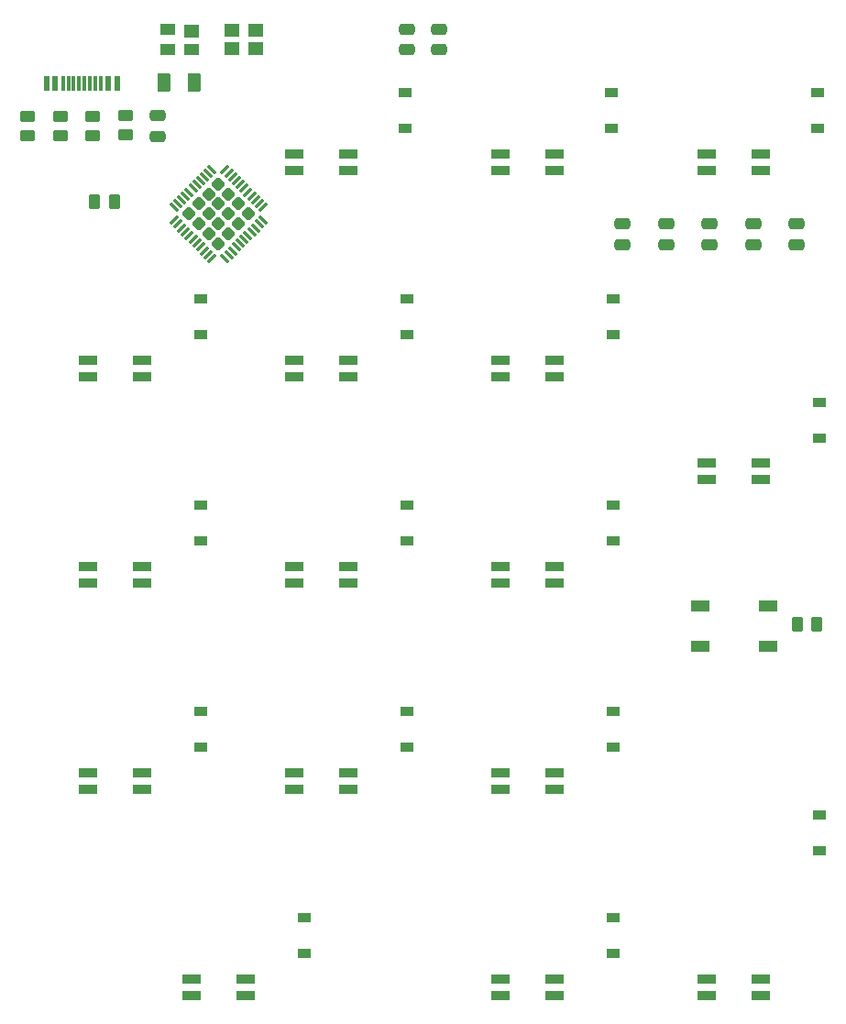
<source format=gbr>
G04 #@! TF.GenerationSoftware,KiCad,Pcbnew,(6.0.0)*
G04 #@! TF.CreationDate,2022-01-07T00:00:26+09:00*
G04 #@! TF.ProjectId,SkeletonNumPad,536b656c-6574-46f6-9e4e-756d5061642e,rev?*
G04 #@! TF.SameCoordinates,Original*
G04 #@! TF.FileFunction,Paste,Bot*
G04 #@! TF.FilePolarity,Positive*
%FSLAX46Y46*%
G04 Gerber Fmt 4.6, Leading zero omitted, Abs format (unit mm)*
G04 Created by KiCad (PCBNEW (6.0.0)) date 2022-01-07 00:00:26*
%MOMM*%
%LPD*%
G01*
G04 APERTURE LIST*
G04 Aperture macros list*
%AMRoundRect*
0 Rectangle with rounded corners*
0 $1 Rounding radius*
0 $2 $3 $4 $5 $6 $7 $8 $9 X,Y pos of 4 corners*
0 Add a 4 corners polygon primitive as box body*
4,1,4,$2,$3,$4,$5,$6,$7,$8,$9,$2,$3,0*
0 Add four circle primitives for the rounded corners*
1,1,$1+$1,$2,$3*
1,1,$1+$1,$4,$5*
1,1,$1+$1,$6,$7*
1,1,$1+$1,$8,$9*
0 Add four rect primitives between the rounded corners*
20,1,$1+$1,$2,$3,$4,$5,0*
20,1,$1+$1,$4,$5,$6,$7,0*
20,1,$1+$1,$6,$7,$8,$9,0*
20,1,$1+$1,$8,$9,$2,$3,0*%
G04 Aperture macros list end*
%ADD10R,1.800000X0.820000*%
%ADD11R,1.200000X0.900000*%
%ADD12RoundRect,0.250000X-0.475000X0.250000X-0.475000X-0.250000X0.475000X-0.250000X0.475000X0.250000X0*%
%ADD13RoundRect,0.250000X-0.450000X0.262500X-0.450000X-0.262500X0.450000X-0.262500X0.450000X0.262500X0*%
%ADD14R,1.800000X1.100000*%
%ADD15R,1.400000X1.200000*%
%ADD16RoundRect,0.250000X0.475000X-0.250000X0.475000X0.250000X-0.475000X0.250000X-0.475000X-0.250000X0*%
%ADD17RoundRect,0.250000X-0.262500X-0.450000X0.262500X-0.450000X0.262500X0.450000X-0.262500X0.450000X0*%
%ADD18R,1.400000X1.000000*%
%ADD19RoundRect,0.250000X0.262500X0.450000X-0.262500X0.450000X-0.262500X-0.450000X0.262500X-0.450000X0*%
%ADD20RoundRect,0.250000X-0.375000X-0.625000X0.375000X-0.625000X0.375000X0.625000X-0.375000X0.625000X0*%
%ADD21RoundRect,0.062500X-0.380070X-0.291682X-0.291682X-0.380070X0.380070X0.291682X0.291682X0.380070X0*%
%ADD22RoundRect,0.062500X-0.380070X0.291682X0.291682X-0.380070X0.380070X-0.291682X-0.291682X0.380070X0*%
%ADD23RoundRect,0.250000X-0.388909X0.000000X0.000000X-0.388909X0.388909X0.000000X0.000000X0.388909X0*%
%ADD24R,0.600000X1.450000*%
%ADD25R,0.300000X1.450000*%
G04 APERTURE END LIST*
D10*
X73690000Y-51610000D03*
X73690000Y-53110000D03*
X78690000Y-53110000D03*
X78690000Y-51610000D03*
X45115000Y-110260000D03*
X45115000Y-108760000D03*
X50115000Y-108760000D03*
X50115000Y-110260000D03*
D11*
X83950000Y-30225000D03*
X83950000Y-26925000D03*
D10*
X40590000Y-51610000D03*
X40590000Y-53110000D03*
X35590000Y-53110000D03*
X35590000Y-51610000D03*
D12*
X101000000Y-39050000D03*
X101000000Y-40950000D03*
D10*
X73690000Y-72160000D03*
X73690000Y-70660000D03*
X78690000Y-70660000D03*
X78690000Y-72160000D03*
D11*
X65050000Y-49275000D03*
X65050000Y-45975000D03*
D12*
X68000000Y-21050000D03*
X68000000Y-22950000D03*
D11*
X84100000Y-87375000D03*
X84100000Y-84075000D03*
D10*
X73690000Y-110260000D03*
X73690000Y-108760000D03*
X78690000Y-108760000D03*
X78690000Y-110260000D03*
D13*
X30000000Y-29087500D03*
X30000000Y-30912500D03*
X39000000Y-29000000D03*
X39000000Y-30825000D03*
D14*
X98350000Y-74350000D03*
X92150000Y-74350000D03*
X92150000Y-78050000D03*
X98350000Y-78050000D03*
D12*
X93000000Y-39050000D03*
X93000000Y-40950000D03*
D15*
X51100000Y-22850000D03*
X48900000Y-22850000D03*
X48900000Y-21150000D03*
X51100000Y-21150000D03*
D13*
X33000000Y-29087500D03*
X33000000Y-30912500D03*
D11*
X103150000Y-58800000D03*
X103150000Y-55500000D03*
X84100000Y-68325000D03*
X84100000Y-65025000D03*
X55525000Y-106425000D03*
X55525000Y-103125000D03*
D10*
X78690000Y-89710000D03*
X78690000Y-91210000D03*
X73690000Y-91210000D03*
X73690000Y-89710000D03*
D16*
X42000000Y-30950000D03*
X42000000Y-29050000D03*
D11*
X103150000Y-96900000D03*
X103150000Y-93600000D03*
X46000000Y-87375000D03*
X46000000Y-84075000D03*
X46000000Y-49275000D03*
X46000000Y-45975000D03*
D12*
X65000000Y-21050000D03*
X65000000Y-22950000D03*
D17*
X101087500Y-76000000D03*
X102912500Y-76000000D03*
D11*
X103000000Y-30225000D03*
X103000000Y-26925000D03*
D12*
X84950000Y-40950000D03*
X84950000Y-39050000D03*
X97050000Y-39050000D03*
X97050000Y-40950000D03*
D11*
X65050000Y-87375000D03*
X65050000Y-84075000D03*
X64900000Y-30225000D03*
X64900000Y-26925000D03*
X46000000Y-68325000D03*
X46000000Y-65025000D03*
D18*
X42900000Y-21050000D03*
X42900000Y-22950000D03*
X45100000Y-22950000D03*
D15*
X45100000Y-21230000D03*
D10*
X97740000Y-110260000D03*
X97740000Y-108760000D03*
X92740000Y-108760000D03*
X92740000Y-110260000D03*
D19*
X36175000Y-37000000D03*
X38000000Y-37000000D03*
D10*
X40590000Y-89710000D03*
X40590000Y-91210000D03*
X35590000Y-91210000D03*
X35590000Y-89710000D03*
D13*
X36000000Y-29087500D03*
X36000000Y-30912500D03*
D10*
X59640000Y-89710000D03*
X59640000Y-91210000D03*
X54640000Y-91210000D03*
X54640000Y-89710000D03*
D12*
X89000000Y-39050000D03*
X89000000Y-40950000D03*
D10*
X54640000Y-72160000D03*
X54640000Y-70660000D03*
X59640000Y-70660000D03*
X59640000Y-72160000D03*
D20*
X42600000Y-26000000D03*
X45400000Y-26000000D03*
D10*
X92740000Y-34060000D03*
X92740000Y-32560000D03*
X97740000Y-32560000D03*
X97740000Y-34060000D03*
X59640000Y-51610000D03*
X59640000Y-53110000D03*
X54640000Y-53110000D03*
X54640000Y-51610000D03*
D11*
X65050000Y-68325000D03*
X65050000Y-65025000D03*
X84100000Y-49275000D03*
X84100000Y-45975000D03*
D10*
X35590000Y-72160000D03*
X35590000Y-70660000D03*
X40590000Y-70660000D03*
X40590000Y-72160000D03*
D21*
X43497264Y-38692202D03*
X43850818Y-39045755D03*
X44204371Y-39399309D03*
X44557924Y-39752862D03*
X44911478Y-40106415D03*
X45265031Y-40459969D03*
X45618585Y-40813522D03*
X45972138Y-41167076D03*
X46325691Y-41520629D03*
X46679245Y-41874182D03*
X47032798Y-42227736D03*
D22*
X48217202Y-42227736D03*
X48570755Y-41874182D03*
X48924309Y-41520629D03*
X49277862Y-41167076D03*
X49631415Y-40813522D03*
X49984969Y-40459969D03*
X50338522Y-40106415D03*
X50692076Y-39752862D03*
X51045629Y-39399309D03*
X51399182Y-39045755D03*
X51752736Y-38692202D03*
D21*
X51752736Y-37507798D03*
X51399182Y-37154245D03*
X51045629Y-36800691D03*
X50692076Y-36447138D03*
X50338522Y-36093585D03*
X49984969Y-35740031D03*
X49631415Y-35386478D03*
X49277862Y-35032924D03*
X48924309Y-34679371D03*
X48570755Y-34325818D03*
X48217202Y-33972264D03*
D22*
X47032798Y-33972264D03*
X46679245Y-34325818D03*
X46325691Y-34679371D03*
X45972138Y-35032924D03*
X45618585Y-35386478D03*
X45265031Y-35740031D03*
X44911478Y-36093585D03*
X44557924Y-36447138D03*
X44204371Y-36800691D03*
X43850818Y-37154245D03*
X43497264Y-37507798D03*
D23*
X48544239Y-36261522D03*
X45786522Y-37180761D03*
X47625000Y-37180761D03*
X50382716Y-38100000D03*
X47625000Y-40857716D03*
X48544239Y-39938478D03*
X48544239Y-38100000D03*
X45786522Y-39019239D03*
X47625000Y-35342284D03*
X49463478Y-39019239D03*
X46705761Y-38100000D03*
X46705761Y-36261522D03*
X47625000Y-39019239D03*
X46705761Y-39938478D03*
X49463478Y-37180761D03*
X44867284Y-38100000D03*
D10*
X92740000Y-62635000D03*
X92740000Y-61135000D03*
X97740000Y-61135000D03*
X97740000Y-62635000D03*
D11*
X84100000Y-106425000D03*
X84100000Y-103125000D03*
D24*
X31750000Y-26045000D03*
X32550000Y-26045000D03*
D25*
X33750000Y-26045000D03*
X34750000Y-26045000D03*
X35250000Y-26045000D03*
X36250000Y-26045000D03*
D24*
X37450000Y-26045000D03*
X38250000Y-26045000D03*
X38250000Y-26045000D03*
X37450000Y-26045000D03*
D25*
X36750000Y-26045000D03*
X35750000Y-26045000D03*
X34250000Y-26045000D03*
X33250000Y-26045000D03*
D24*
X32550000Y-26045000D03*
X31750000Y-26045000D03*
D10*
X73690000Y-34060000D03*
X73690000Y-32560000D03*
X78690000Y-32560000D03*
X78690000Y-34060000D03*
X54640000Y-34060000D03*
X54640000Y-32560000D03*
X59640000Y-32560000D03*
X59640000Y-34060000D03*
M02*

</source>
